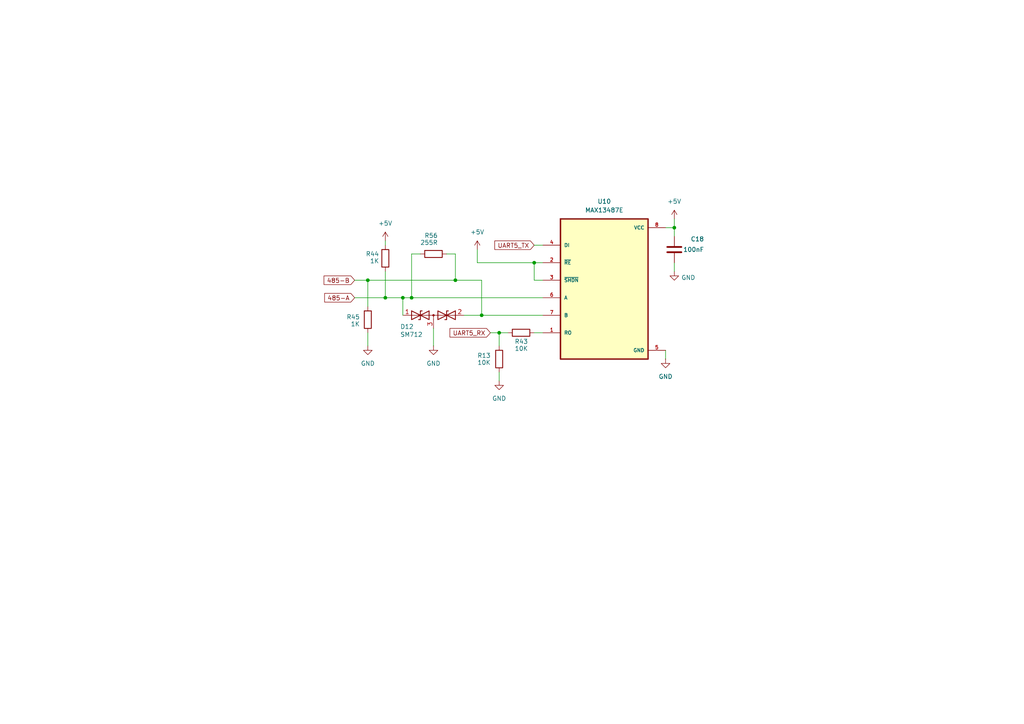
<source format=kicad_sch>
(kicad_sch (version 20231120) (generator "eeschema") (generator_version "8.0")
  (paper "A4")
  (lib_symbols
    (symbol "DMUtils:MAX13487E" (pin_names (offset 1.016))
      (property "Reference" "U" (at -12.7 21.32 0))
      (property "Value" "MAX13487E" (at -12.7 -24.32 0))
      (symbol "MAX13487E_0_0"
        (rectangle (start -12.7 -20.32) (end 12.7 20.32) (stroke (width 0.41)) (fill (type background)))
        (pin bidirectional line (at -17.78 -12.7 0) (length 5.08) (name "RO") (number "1"))
        (pin bidirectional line (at -17.78 7.62 0) (length 5.08) (name "~{RE}") (number "2"))
        (pin bidirectional line (at -17.78 2.54 0) (length 5.08) (name "~{SHDN}") (number "3"))
        (pin input line (at -17.78 12.7 0) (length 5.08) (name "DI") (number "4"))
        (pin power_in line (at 17.78 -17.78 180) (length 5.08) (name "GND") (number "5"))
        (pin bidirectional line (at -17.78 -2.54 0) (length 5.08) (name "A") (number "6"))
        (pin bidirectional line (at -17.78 -7.62 0) (length 5.08) (name "B") (number "7"))
        (pin power_in line (at 17.78 17.78 180) (length 5.08) (name "VCC") (number "8"))
      )
    )
    (symbol "Device:C" (pin_numbers hide) (pin_names (offset 0.254))
      (property "Reference" "C" (at 0.635 2.54 0))
      (property "Value" "C" (at 0.635 -2.54 0))
      (symbol "C_0_1"
        (polyline (pts (xy -2.032 -0.762) (xy 2.032 -0.762)) (stroke (width 0.508)))
        (polyline (pts (xy -2.032 0.762) (xy 2.032 0.762)) (stroke (width 0.508)))
      )
      (symbol "C_1_1"
        (pin passive line (at 0 3.81 270) (length 2.794) (name "~") (number "1"))
        (pin passive line (at 0 -3.81 90) (length 2.794) (name "~") (number "2"))
      )
    )
    (symbol "Device:D_TVS_Dual_AAC" (pin_names (offset 1.016) hide)
      (property "Reference" "D" (at 0 4.445 0))
      (property "Value" "D_TVS_Dual_AAC" (at 0 2.54 0))
      (symbol "D_TVS_Dual_AAC_0_0"
        (polyline (pts (xy 0 -1.27) (xy 0 0)))
      )
      (symbol "D_TVS_Dual_AAC_0_1"
        (polyline (pts (xy -6.35 0) (xy 6.35 0)))
        (polyline (pts (xy -3.302 1.27) (xy -3.81 1.27) (xy -3.81 -1.27) (xy -4.318 -1.27)) (stroke (width 0.254)))
        (polyline (pts (xy 4.318 1.27) (xy 3.81 1.27) (xy 3.81 -1.27) (xy 3.302 -1.27)) (stroke (width 0.254)))
        (polyline (pts (xy -6.35 1.27) (xy -1.27 -1.27) (xy -1.27 1.27) (xy -6.35 -1.27) (xy -6.35 1.27)) (stroke (width 0.254)))
        (polyline (pts (xy 6.35 1.27) (xy 1.27 -1.27) (xy 1.27 1.27) (xy 6.35 -1.27) (xy 6.35 1.27)) (stroke (width 0.254)))
        (circle (center 0 0) (radius 0.254) (fill (type outline)))
      )
      (symbol "D_TVS_Dual_AAC_1_1"
        (pin passive line (at -8.89 0 0) (length 2.54) (name "A1") (number "1"))
        (pin passive line (at 8.89 0 180) (length 2.54) (name "A2") (number "2"))
        (pin passive line (at 0 -3.81 90) (length 2.54) (name "common") (number "3"))
      )
    )
    (symbol "Device:R" (pin_numbers hide) (pin_names (offset 0))
      (property "Reference" "R" (at 2.032 0 90))
      (property "Value" "R" (at 0 0 90))
      (symbol "R_0_1"
        (rectangle (start -1.016 -2.54) (end 1.016 2.54) (stroke (width 0.254)))
      )
      (symbol "R_1_1"
        (pin passive line (at 0 3.81 270) (length 1.27) (name "~") (number "1"))
        (pin passive line (at 0 -3.81 90) (length 1.27) (name "~") (number "2"))
      )
    )
    (symbol "power:+5V" (power) (pin_numbers hide) (pin_names (offset 0) hide)
      (property "Value" "+5V" (at 0 3.556 0))
      (symbol "+5V_0_1"
        (polyline (pts (xy -0.762 1.27) (xy 0 2.54)))
        (polyline (pts (xy 0 0) (xy 0 2.54)))
        (polyline (pts (xy 0 2.54) (xy 0.762 1.27)))
      )
      (symbol "+5V_1_1"
        (pin power_in line (at 0 0 90) (length 0) (name "~") (number "1"))
      )
    )
    (symbol "power:GND" (power) (pin_numbers hide) (pin_names (offset 0) hide)
      (property "Value" "GND" (at 0 -3.81 0))
      (symbol "GND_0_1"
        (polyline (pts (xy 0 0) (xy 0 -1.27) (xy 1.27 -1.27) (xy 0 -2.54) (xy -1.27 -1.27) (xy 0 -1.27)))
      )
      (symbol "GND_1_1"
        (pin power_in line (at 0 0 270) (length 0) (name "~") (number "1"))
      )
    )
  )
  (junction (at 119.38 86.36))
  (junction (at 139.7 91.44))
  (junction (at 116.84 86.36))
  (junction (at 132.08 81.28))
  (junction (at 106.68 81.28))
  (junction (at 111.76 86.36))
  (junction (at 144.78 96.52))
  (junction (at 195.58 66.04))
  (junction (at 154.94 76.2))
  (wire (pts (xy 139.7 81.28) (xy 139.7 91.44)))
  (wire (pts (xy 111.76 78.74) (xy 111.76 86.36)))
  (wire (pts (xy 138.43 72.39) (xy 138.43 76.2)))
  (wire (pts (xy 132.08 81.28) (xy 139.7 81.28)))
  (wire (pts (xy 193.04 66.04) (xy 195.58 66.04)))
  (wire (pts (xy 154.94 96.52) (xy 157.48 96.52)))
  (wire (pts (xy 121.92 73.66) (xy 119.38 73.66)))
  (wire (pts (xy 144.78 110.49) (xy 144.78 107.95)))
  (wire (pts (xy 139.7 91.44) (xy 157.48 91.44)))
  (wire (pts (xy 102.87 81.28) (xy 106.68 81.28)))
  (wire (pts (xy 193.04 104.14) (xy 193.04 101.6)))
  (wire (pts (xy 111.76 71.12) (xy 111.76 69.85)))
  (wire (pts (xy 119.38 86.36) (xy 116.84 86.36)))
  (wire (pts (xy 144.78 96.52) (xy 147.32 96.52)))
  (wire (pts (xy 116.84 86.36) (xy 116.84 91.44)))
  (wire (pts (xy 119.38 73.66) (xy 119.38 86.36)))
  (wire (pts (xy 132.08 73.66) (xy 132.08 81.28)))
  (wire (pts (xy 154.94 76.2) (xy 157.48 76.2)))
  (wire (pts (xy 154.94 81.28) (xy 154.94 76.2)))
  (wire (pts (xy 106.68 88.9) (xy 106.68 81.28)))
  (wire (pts (xy 157.48 81.28) (xy 154.94 81.28)))
  (wire (pts (xy 125.73 95.25) (xy 125.73 100.33)))
  (wire (pts (xy 142.24 96.52) (xy 144.78 96.52)))
  (wire (pts (xy 144.78 96.52) (xy 144.78 100.33)))
  (wire (pts (xy 195.58 78.74) (xy 195.58 76.2)))
  (wire (pts (xy 106.68 81.28) (xy 132.08 81.28)))
  (wire (pts (xy 154.94 71.12) (xy 157.48 71.12)))
  (wire (pts (xy 132.08 73.66) (xy 129.54 73.66)))
  (wire (pts (xy 195.58 66.04) (xy 195.58 68.58)))
  (wire (pts (xy 138.43 76.2) (xy 154.94 76.2)))
  (wire (pts (xy 134.62 91.44) (xy 139.7 91.44)))
  (wire (pts (xy 195.58 63.5) (xy 195.58 66.04)))
  (wire (pts (xy 106.68 100.33) (xy 106.68 96.52)))
  (wire (pts (xy 157.48 86.36) (xy 119.38 86.36)))
  (wire (pts (xy 111.76 86.36) (xy 116.84 86.36)))
  (wire (pts (xy 102.87 86.36) (xy 111.76 86.36)))
  (global_label "UART5_RX" (shape input) (at 142.24 96.52 180) (property "Intersheetrefs" "${INTERSHEET_REFS}" (effects (hide yes))))
  (global_label "485-A" (shape input) (at 102.87 86.36 180) (property "Intersheetrefs" "${INTERSHEET_REFS}" (effects (hide yes))))
  (global_label "485-B" (shape input) (at 102.87 81.28 180) (property "Intersheetrefs" "${INTERSHEET_REFS}" (effects (hide yes))))
  (global_label "UART5_TX" (shape input) (at 154.94 71.12 180) (property "Intersheetrefs" "${INTERSHEET_REFS}" (effects (hide yes))))
  (symbol (lib_id "power:GND") (at 125.73 100.33 0) (unit 1)
    (property "Reference" "#PWR062" (effects (hide yes)))
    (property "Value" "GND" (at 125.73 105.41 0))
    (property "Description" "Power symbol creates a global label with name \"GND\" , ground" (effects (hide yes)))
  )
  (symbol (lib_id "power:GND") (at 144.78 110.49 0) (unit 1)
    (property "Reference" "#PWR011" (effects (hide yes)))
    (property "Value" "GND" (at 144.78 115.57 0))
    (property "Description" "Power symbol creates a global label with name \"GND\" , ground" (effects (hide yes)))
  )
  (symbol (lib_id "power:GND") (at 193.04 104.14 0) (unit 1)
    (property "Reference" "#PWR064" (effects (hide yes)))
    (property "Value" "GND" (at 193.04 109.22 0))
    (property "Description" "Power symbol creates a global label with name \"GND\" , ground" (effects (hide yes)))
  )
  (symbol (lib_id "Device:R") (at 106.68 92.71 180) (unit 1)
    (property "Reference" "R45" (at 104.394 91.948 0) (effects (justify left)))
    (property "Value" "1K" (at 104.394 93.98 0) (effects (justify left)))
    (property "Footprint" "Resistor_SMD:R_0805_2012Metric" (effects (hide yes)))
    (property "Description" "Resistor" (effects (hide yes)))
  )
  (symbol (lib_id "DMUtils:MAX13487E") (at 175.26 83.82 0) (unit 1)
    (property "Reference" "U10" (at 175.26 58.42 0))
    (property "Value" "MAX13487E" (at 175.26 60.96 0))
    (property "Footprint" "Package_SO:SOIC-8_3.9x4.9mm_P1.27mm" (effects (hide yes)))
  )
  (symbol (lib_id "Device:R") (at 125.73 73.66 90) (unit 1)
    (property "Reference" "R56" (at 127 68.326 90) (effects (justify left)))
    (property "Value" "255R" (at 127 70.358 90) (effects (justify left)))
    (property "Footprint" "Resistor_SMD:R_0805_2012Metric" (effects (hide yes)))
    (property "Description" "Resistor" (effects (hide yes)))
  )
  (symbol (lib_id "power:+5V") (at 138.43 72.39 0) (unit 1)
    (property "Reference" "#PWR063" (effects (hide yes)))
    (property "Value" "+5V" (at 138.43 67.31 0))
    (property "Description" "Power symbol creates a global label with name \"+5V\"" (effects (hide yes)))
  )
  (symbol (lib_id "power:+5V") (at 111.76 69.85 0) (unit 1)
    (property "Reference" "#PWR061" (effects (hide yes)))
    (property "Value" "+5V" (at 111.76 64.77 0))
    (property "Description" "Power symbol creates a global label with name \"+5V\"" (effects (hide yes)))
  )
  (symbol (lib_id "Device:R") (at 144.78 104.14 0) (unit 1)
    (property "Reference" "R13" (at 138.43 103.124 0) (effects (justify left)))
    (property "Value" "10K" (at 138.43 105.156 0) (effects (justify left)))
    (property "Footprint" "Resistor_SMD:R_0805_2012Metric" (effects (hide yes)))
    (property "Description" "Resistor" (effects (hide yes)))
  )
  (symbol (lib_id "power:+5V") (at 195.58 63.5 0) (unit 1)
    (property "Reference" "#PWR065" (effects (hide yes)))
    (property "Value" "+5V" (at 195.58 58.42 0))
    (property "Description" "Power symbol creates a global label with name \"+5V\"" (effects (hide yes)))
  )
  (symbol (lib_id "power:GND") (at 106.68 100.33 0) (unit 1)
    (property "Reference" "#PWR060" (effects (hide yes)))
    (property "Value" "GND" (at 106.68 105.41 0))
    (property "Description" "Power symbol creates a global label with name \"GND\" , ground" (effects (hide yes)))
  )
  (symbol (lib_id "Device:R") (at 151.13 96.52 90) (unit 1)
    (property "Reference" "R43" (at 153.162 99.06 90) (effects (justify left)))
    (property "Value" "10K" (at 153.162 101.092 90) (effects (justify left)))
    (property "Footprint" "Resistor_SMD:R_0805_2012Metric" (effects (hide yes)))
    (property "Description" "Resistor" (effects (hide yes)))
  )
  (symbol (lib_id "Device:R") (at 111.76 74.93 180) (unit 1)
    (property "Reference" "R44" (at 109.982 73.66 0) (effects (justify left)))
    (property "Value" "1K" (at 109.982 75.692 0) (effects (justify left)))
    (property "Footprint" "Resistor_SMD:R_0805_2012Metric" (effects (hide yes)))
    (property "Description" "Resistor" (effects (hide yes)))
  )
  (symbol (lib_id "Device:C") (at 195.58 72.39 180) (unit 1)
    (property "Reference" "C18" (at 204.216 69.342 0) (effects (justify left)))
    (property "Value" "100nF" (at 204.216 72.39 0) (effects (justify left)))
    (property "Footprint" "Capacitor_SMD:C_0805_2012Metric" (effects (hide yes)))
    (property "Description" "Unpolarized capacitor" (effects (hide yes)))
  )
  (symbol (lib_id "power:GND") (at 195.58 78.74 0) (unit 1)
    (property "Reference" "#PWR066" (effects (hide yes)))
    (property "Value" "GND" (at 199.644 80.518 0))
    (property "Description" "Power symbol creates a global label with name \"GND\" , ground" (effects (hide yes)))
  )
  (symbol (lib_id "Device:D_TVS_Dual_AAC") (at 125.73 91.44 0) (unit 1)
    (property "Reference" "D12" (at 116.078 94.742 0) (effects (justify left)))
    (property "Value" "SM712" (at 116.078 97.028 0) (effects (justify left)))
    (property "Footprint" "Package_TO_SOT_SMD:SOT-23-3" (effects (hide yes)))
    (property "Description" "Bidirectional dual transient-voltage-suppression diode, center on pin 3" (effects (hide yes)))
  )
)
</source>
